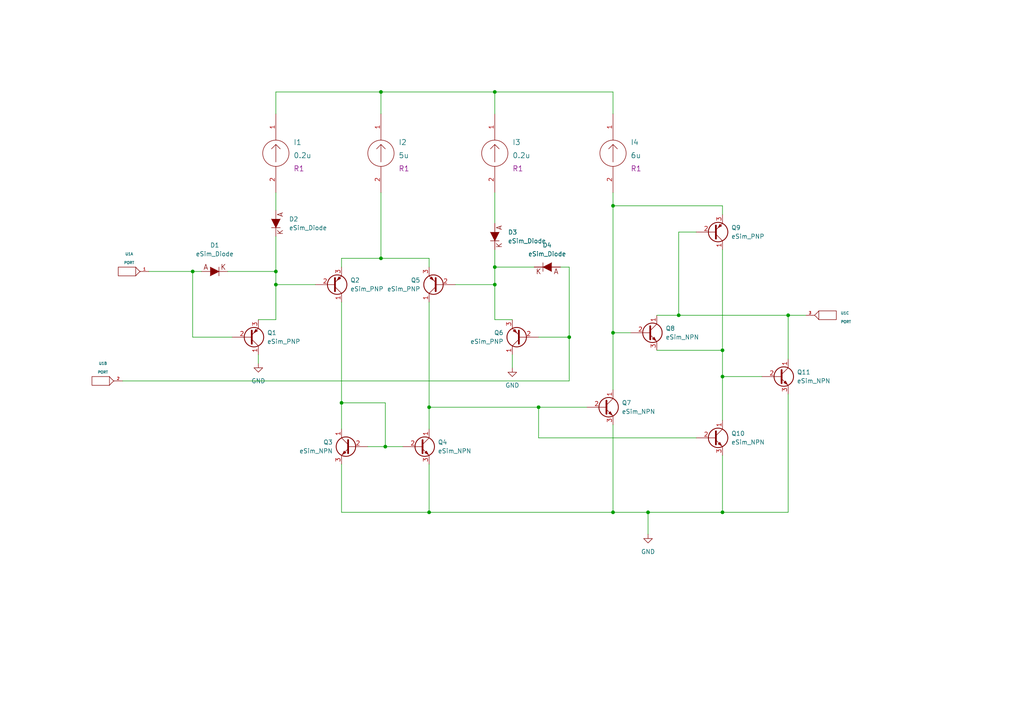
<source format=kicad_sch>
(kicad_sch (version 20211123) (generator eeschema)
  (paper "A4")
  (lib_symbols
    (symbol "eSim_Devices:eSim_Diode" (pin_numbers hide) (pin_names (offset 1.016) hide)
      (property "Reference" "D" (at 0 2.54 0))
      (property "Value" "eSim_Diode" (at 0 -2.54 0))
      (symbol "eSim_Diode_0_0"
        (text "A" (at -2.54 1.27 0) (effects (font (size 1.524 1.524))))
        (text "K" (at 2.54 1.27 0) (effects (font (size 1.524 1.524))))
      )
      (symbol "eSim_Diode_0_1"
        (polyline (pts (xy 1.27 1.27) (xy 1.27 -1.27)) (stroke (width 0.1524)))
        (polyline (pts (xy -1.27 1.27) (xy 1.27 0) (xy -1.27 -1.27)) (fill (type outline)))
      )
      (symbol "eSim_Diode_1_1"
        (pin passive line (at -3.81 0 0) (length 2.54) (name "A") (number "1"))
        (pin passive line (at 3.81 0 180) (length 2.54) (name "K") (number "2"))
      )
    )
    (symbol "eSim_Devices:eSim_NPN" (pin_names (offset 0) hide)
      (property "Reference" "Q" (at -2.54 1.27 0))
      (property "Value" "eSim_NPN" (at -1.27 3.81 0))
      (symbol "eSim_NPN_0_1"
        (polyline (pts (xy 0.635 0.635) (xy 2.54 2.54)))
        (polyline (pts (xy 0.635 -0.635) (xy 2.54 -2.54) (xy 2.54 -2.54)))
        (polyline (pts (xy 0.635 1.905) (xy 0.635 -1.905) (xy 0.635 -1.905)) (stroke (width 0.508)))
        (polyline (pts (xy 1.27 -1.778) (xy 1.778 -1.27) (xy 2.286 -2.286) (xy 1.27 -1.778) (xy 1.27 -1.778)) (fill (type outline)))
        (circle (center 1.27 0) (radius 2.8194) (stroke (width 0.254)))
      )
      (symbol "eSim_NPN_1_1"
        (pin passive line (at 2.54 5.08 270) (length 2.54) (name "C") (number "1"))
        (pin passive line (at -5.08 0 0) (length 5.715) (name "B") (number "2"))
        (pin passive line (at 2.54 -5.08 90) (length 2.54) (name "E") (number "3"))
      )
    )
    (symbol "eSim_Devices:eSim_PNP" (pin_names (offset 0) hide)
      (property "Reference" "Q" (at -2.54 1.27 0))
      (property "Value" "eSim_PNP" (at -1.27 3.81 0))
      (symbol "eSim_PNP_0_1"
        (polyline (pts (xy 0.635 0.635) (xy 2.54 2.54)))
        (polyline (pts (xy 0.635 -0.635) (xy 2.54 -2.54) (xy 2.54 -2.54)))
        (polyline (pts (xy 0.635 1.905) (xy 0.635 -1.905) (xy 0.635 -1.905)) (stroke (width 0.508)))
        (polyline (pts (xy 2.286 -1.778) (xy 1.778 -2.286) (xy 1.27 -1.27) (xy 2.286 -1.778) (xy 2.286 -1.778)) (fill (type outline)))
        (circle (center 1.27 0) (radius 2.8194) (stroke (width 0.254)))
      )
      (symbol "eSim_PNP_1_1"
        (pin passive line (at 2.54 5.08 270) (length 2.54) (name "C") (number "1"))
        (pin passive line (at -5.08 0 0) (length 5.715) (name "B") (number "2"))
        (pin passive line (at 2.54 -5.08 90) (length 2.54) (name "E") (number "3"))
      )
    )
    (symbol "eSim_Miscellaneous:PORT" (pin_names (offset 1.016))
      (property "Reference" "U" (at 1.27 2.54 0))
      (property "Value" "PORT" (at 0 0 0))
      (symbol "PORT_0_1"
        (rectangle (start -2.54 1.27) (end 2.54 -1.27))
        (arc (start 2.54 1.27) (mid 3.1355 0.5955) (end 3.81 0))
        (arc (start 3.81 0) (mid 3.1447 -0.6046) (end 2.54 -1.27))
      )
      (symbol "PORT_1_1"
        (pin bidirectional line (at 6.35 0 180) (length 2.54) (name "~") (number "1"))
      )
      (symbol "PORT_2_1"
        (pin bidirectional line (at 6.35 0 180) (length 2.54) (name "~") (number "2"))
      )
      (symbol "PORT_3_1"
        (pin bidirectional line (at 6.35 0 180) (length 2.54) (name "~") (number "3"))
      )
      (symbol "PORT_4_1"
        (pin bidirectional line (at 6.35 0 180) (length 2.54) (name "~") (number "4"))
      )
      (symbol "PORT_5_1"
        (pin bidirectional line (at 6.35 0 180) (length 2.54) (name "~") (number "5"))
      )
      (symbol "PORT_6_1"
        (pin bidirectional line (at 6.35 0 180) (length 2.54) (name "~") (number "6"))
      )
      (symbol "PORT_7_1"
        (pin bidirectional line (at 6.35 0 180) (length 2.54) (name "~") (number "7"))
      )
      (symbol "PORT_8_1"
        (pin bidirectional line (at 6.35 0 180) (length 2.54) (name "~") (number "8"))
      )
      (symbol "PORT_9_1"
        (pin bidirectional line (at 6.35 0 180) (length 2.54) (name "~") (number "9"))
      )
      (symbol "PORT_10_1"
        (pin bidirectional line (at 6.35 0 180) (length 2.54) (name "~") (number "10"))
      )
      (symbol "PORT_11_1"
        (pin bidirectional line (at 6.35 0 180) (length 2.54) (name "~") (number "11"))
      )
      (symbol "PORT_12_1"
        (pin bidirectional line (at 6.35 0 180) (length 2.54) (name "~") (number "12"))
      )
      (symbol "PORT_13_1"
        (pin bidirectional line (at 6.35 0 180) (length 2.54) (name "~") (number "13"))
      )
      (symbol "PORT_14_1"
        (pin bidirectional line (at 6.35 0 180) (length 2.54) (name "~") (number "14"))
      )
      (symbol "PORT_15_1"
        (pin bidirectional line (at 6.35 0 180) (length 2.54) (name "~") (number "15"))
      )
      (symbol "PORT_16_1"
        (pin bidirectional line (at 6.35 0 180) (length 2.54) (name "~") (number "16"))
      )
      (symbol "PORT_17_1"
        (pin bidirectional line (at 6.35 0 180) (length 2.54) (name "~") (number "17"))
      )
      (symbol "PORT_18_1"
        (pin bidirectional line (at 6.35 0 180) (length 2.54) (name "~") (number "18"))
      )
      (symbol "PORT_19_1"
        (pin bidirectional line (at 6.35 0 180) (length 2.54) (name "~") (number "19"))
      )
      (symbol "PORT_20_1"
        (pin bidirectional line (at 6.35 0 180) (length 2.54) (name "~") (number "20"))
      )
      (symbol "PORT_21_1"
        (pin bidirectional line (at 6.35 0 180) (length 2.54) (name "~") (number "21"))
      )
      (symbol "PORT_22_1"
        (pin bidirectional line (at 6.35 0 180) (length 2.54) (name "~") (number "22"))
      )
      (symbol "PORT_23_1"
        (pin bidirectional line (at 6.35 0 180) (length 2.54) (name "~") (number "23"))
      )
      (symbol "PORT_24_1"
        (pin bidirectional line (at 6.35 0 180) (length 2.54) (name "~") (number "24"))
      )
      (symbol "PORT_25_1"
        (pin bidirectional line (at 6.35 0 180) (length 2.54) (name "~") (number "25"))
      )
      (symbol "PORT_26_1"
        (pin bidirectional line (at 6.35 0 180) (length 2.54) (name "~") (number "26"))
      )
    )
    (symbol "eSim_Power:eSim_GND" (power) (pin_names (offset 0))
      (property "Value" "eSim_GND" (at 0 -3.81 0))
      (symbol "eSim_GND_0_1"
        (polyline (pts (xy 0 0) (xy 0 -1.27) (xy 1.27 -1.27) (xy 0 -2.54) (xy -1.27 -1.27) (xy 0 -1.27)))
      )
      (symbol "eSim_GND_1_1"
        (pin power_in line (at 0 0 270) (length 0) hide (name "GND") (number "1"))
      )
    )
    (symbol "eSim_Sources:dc" (pin_names (offset 1.016))
      (property "Reference" "I" (at -5.08 2.54 0))
      (property "Value" "dc" (at -5.08 -1.27 0))
      (property "Footprint" "R1" (at -7.62 0 0))
      (symbol "dc_0_1"
        (polyline (pts (xy 0 -2.54) (xy 0 -2.54)))
        (polyline (pts (xy 0 2.54) (xy -1.27 1.27)))
        (polyline (pts (xy 0 2.54) (xy 0 -2.54)))
        (polyline (pts (xy 0 2.54) (xy 1.27 1.27)))
        (circle (center 0 0) (radius 3.81))
      )
      (symbol "dc_1_1"
        (pin passive line (at 0 11.43 270) (length 7.62) (name "~") (number "1"))
        (pin passive line (at 0 -11.43 90) (length 7.62) (name "~") (number "2"))
      )
    )
  )
  (junction (at 143.51 26.67))
  (junction (at 187.96 148.59))
  (junction (at 209.55 109.22))
  (junction (at 228.6 91.44))
  (junction (at 177.8 148.59))
  (junction (at 124.46 148.59))
  (junction (at 110.49 74.93))
  (junction (at 111.76 129.54))
  (junction (at 196.85 91.44))
  (junction (at 209.55 101.6))
  (junction (at 55.88 78.74))
  (junction (at 177.8 96.52))
  (junction (at 80.01 78.74))
  (junction (at 80.01 82.55))
  (junction (at 177.8 59.69))
  (junction (at 110.49 26.67))
  (junction (at 143.51 77.47))
  (junction (at 156.21 118.11))
  (junction (at 99.06 116.84))
  (junction (at 209.55 148.59))
  (junction (at 143.51 82.55))
  (junction (at 124.46 118.11))
  (junction (at 165.1 97.79))
  (wire (pts (xy 228.6 91.44) (xy 196.85 91.44)))
  (wire (pts (xy 99.06 148.59) (xy 124.46 148.59)))
  (wire (pts (xy 99.06 87.63) (xy 99.06 116.84)))
  (wire (pts (xy 148.59 92.71) (xy 143.51 92.71)))
  (wire (pts (xy 187.96 148.59) (xy 209.55 148.59)))
  (wire (pts (xy 201.93 127) (xy 156.21 127)))
  (wire (pts (xy 196.85 67.31) (xy 196.85 91.44)))
  (wire (pts (xy 156.21 127) (xy 156.21 118.11)))
  (wire (pts (xy 80.01 33.02) (xy 80.01 26.67)))
  (wire (pts (xy 110.49 55.88) (xy 110.49 74.93)))
  (wire (pts (xy 143.51 55.88) (xy 143.51 64.77)))
  (wire (pts (xy 143.51 82.55) (xy 132.08 82.55)))
  (wire (pts (xy 80.01 78.74) (xy 80.01 82.55)))
  (wire (pts (xy 209.55 72.39) (xy 209.55 101.6)))
  (wire (pts (xy 110.49 26.67) (xy 143.51 26.67)))
  (wire (pts (xy 143.51 77.47) (xy 143.51 82.55)))
  (wire (pts (xy 99.06 77.47) (xy 99.06 74.93)))
  (wire (pts (xy 177.8 123.19) (xy 177.8 148.59)))
  (wire (pts (xy 162.56 77.47) (xy 165.1 77.47)))
  (wire (pts (xy 209.55 121.92) (xy 209.55 109.22)))
  (wire (pts (xy 228.6 148.59) (xy 228.6 114.3)))
  (wire (pts (xy 228.6 104.14) (xy 228.6 91.44)))
  (wire (pts (xy 177.8 26.67) (xy 177.8 33.02)))
  (wire (pts (xy 80.01 26.67) (xy 110.49 26.67)))
  (wire (pts (xy 43.18 78.74) (xy 55.88 78.74)))
  (wire (pts (xy 201.93 67.31) (xy 196.85 67.31)))
  (wire (pts (xy 110.49 74.93) (xy 124.46 74.93)))
  (wire (pts (xy 99.06 134.62) (xy 99.06 148.59)))
  (wire (pts (xy 148.59 102.87) (xy 148.59 106.68)))
  (wire (pts (xy 177.8 59.69) (xy 177.8 96.52)))
  (wire (pts (xy 156.21 97.79) (xy 165.1 97.79)))
  (wire (pts (xy 209.55 59.69) (xy 177.8 59.69)))
  (wire (pts (xy 124.46 148.59) (xy 177.8 148.59)))
  (wire (pts (xy 187.96 148.59) (xy 187.96 154.94)))
  (wire (pts (xy 209.55 62.23) (xy 209.55 59.69)))
  (wire (pts (xy 55.88 78.74) (xy 55.88 97.79)))
  (wire (pts (xy 74.93 102.87) (xy 74.93 105.41)))
  (wire (pts (xy 99.06 74.93) (xy 110.49 74.93)))
  (wire (pts (xy 209.55 148.59) (xy 228.6 148.59)))
  (wire (pts (xy 66.04 78.74) (xy 80.01 78.74)))
  (wire (pts (xy 111.76 129.54) (xy 111.76 116.84)))
  (wire (pts (xy 190.5 101.6) (xy 209.55 101.6)))
  (wire (pts (xy 124.46 134.62) (xy 124.46 148.59)))
  (wire (pts (xy 143.51 26.67) (xy 143.51 33.02)))
  (wire (pts (xy 143.51 92.71) (xy 143.51 82.55)))
  (wire (pts (xy 165.1 97.79) (xy 165.1 110.49)))
  (wire (pts (xy 91.44 82.55) (xy 80.01 82.55)))
  (wire (pts (xy 124.46 118.11) (xy 156.21 118.11)))
  (wire (pts (xy 177.8 148.59) (xy 187.96 148.59)))
  (wire (pts (xy 177.8 96.52) (xy 177.8 113.03)))
  (wire (pts (xy 55.88 78.74) (xy 58.42 78.74)))
  (wire (pts (xy 80.01 68.58) (xy 80.01 78.74)))
  (wire (pts (xy 124.46 87.63) (xy 124.46 118.11)))
  (wire (pts (xy 209.55 109.22) (xy 220.98 109.22)))
  (wire (pts (xy 209.55 132.08) (xy 209.55 148.59)))
  (wire (pts (xy 74.93 92.71) (xy 80.01 92.71)))
  (wire (pts (xy 99.06 116.84) (xy 99.06 124.46)))
  (wire (pts (xy 110.49 26.67) (xy 110.49 33.02)))
  (wire (pts (xy 177.8 96.52) (xy 182.88 96.52)))
  (wire (pts (xy 80.01 82.55) (xy 80.01 92.71)))
  (wire (pts (xy 156.21 118.11) (xy 170.18 118.11)))
  (wire (pts (xy 143.51 77.47) (xy 154.94 77.47)))
  (wire (pts (xy 80.01 55.88) (xy 80.01 60.96)))
  (wire (pts (xy 196.85 91.44) (xy 190.5 91.44)))
  (wire (pts (xy 209.55 101.6) (xy 209.55 109.22)))
  (wire (pts (xy 106.68 129.54) (xy 111.76 129.54)))
  (wire (pts (xy 165.1 77.47) (xy 165.1 97.79)))
  (wire (pts (xy 67.31 97.79) (xy 55.88 97.79)))
  (wire (pts (xy 177.8 55.88) (xy 177.8 59.69)))
  (wire (pts (xy 35.56 110.49) (xy 165.1 110.49)))
  (wire (pts (xy 124.46 118.11) (xy 124.46 124.46)))
  (wire (pts (xy 124.46 74.93) (xy 124.46 77.47)))
  (wire (pts (xy 111.76 116.84) (xy 99.06 116.84)))
  (wire (pts (xy 228.6 91.44) (xy 233.68 91.44)))
  (wire (pts (xy 143.51 26.67) (xy 177.8 26.67)))
  (wire (pts (xy 111.76 129.54) (xy 116.84 129.54)))
  (wire (pts (xy 143.51 72.39) (xy 143.51 77.47)))
  (symbol (lib_id "eSim_Devices:eSim_NPN") (at 121.92 129.54 0) (unit 1)
    (property "Reference" "Q4" (at 127 128.2699 0) (effects (justify left)))
    (property "Value" "eSim_NPN" (at 127 130.8099 0) (effects (justify left)))
  )
  (symbol (lib_id "eSim_Power:eSim_GND") (at 187.96 154.94 0) (unit 1)
    (property "Reference" "#PWR03" (effects hide))
    (property "Value" "eSim_GND" (at 187.96 160.02 0))
  )
  (symbol (lib_id "eSim_Devices:eSim_Diode") (at 80.01 64.77 270) (unit 1)
    (property "Reference" "D2" (at 83.82 63.5543 90) (effects (justify left)))
    (property "Value" "eSim_Diode" (at 83.82 66.0943 90) (effects (justify left)))
  )
  (symbol (lib_id "eSim_Power:eSim_GND") (at 74.93 105.41 0) (unit 1)
    (property "Reference" "#PWR01" (effects hide))
    (property "Value" "eSim_GND" (at 74.93 110.49 0))
  )
  (symbol (lib_id "eSim_Miscellaneous:PORT") (at 29.21 110.49 0) (unit 2)
    (property "Reference" "U1" (at 29.845 105.41 0) (effects (font (size 0.762 0.762))))
    (property "Value" "PORT" (at 29.845 107.95 0) (effects (font (size 0.762 0.762))))
  )
  (symbol (lib_id "eSim_Miscellaneous:PORT") (at 36.83 78.74 0) (unit 1)
    (property "Reference" "U1" (at 37.465 73.66 0) (effects (font (size 0.762 0.762))))
    (property "Value" "PORT" (at 37.465 76.2 0) (effects (font (size 0.762 0.762))))
  )
  (symbol (lib_id "eSim_Devices:eSim_PNP") (at 96.52 82.55 0) (mirror x) (unit 1)
    (property "Reference" "Q2" (at 101.6 81.2799 0) (effects (justify left)))
    (property "Value" "eSim_PNP" (at 101.6 83.8199 0) (effects (justify left)))
  )
  (symbol (lib_id "eSim_Sources:dc") (at 80.01 44.45 0) (unit 1)
    (property "Reference" "I1" (at 85.09 41.275 0) (effects (font (size 1.524 1.524)) (justify left)))
    (property "Value" "0.2u" (at 85.09 45.085 0) (effects (font (size 1.524 1.524)) (justify left)))
    (property "Footprint" "R1" (at 85.09 48.895 0) (effects (font (size 1.524 1.524)) (justify left)))
  )
  (symbol (lib_id "eSim_Devices:eSim_NPN") (at 175.26 118.11 0) (unit 1)
    (property "Reference" "Q7" (at 180.34 116.8399 0) (effects (justify left)))
    (property "Value" "eSim_NPN" (at 180.34 119.3799 0) (effects (justify left)))
  )
  (symbol (lib_id "eSim_Devices:eSim_Diode") (at 143.51 68.58 270) (unit 1)
    (property "Reference" "D3" (at 147.32 67.3643 90) (effects (justify left)))
    (property "Value" "eSim_Diode" (at 147.32 69.9043 90) (effects (justify left)))
  )
  (symbol (lib_id "eSim_Devices:eSim_Diode") (at 158.75 77.47 180) (unit 1)
    (property "Reference" "D4" (at 158.6955 71.12 0))
    (property "Value" "eSim_Diode" (at 158.6955 73.66 0))
  )
  (symbol (lib_id "eSim_Devices:eSim_PNP") (at 72.39 97.79 0) (mirror x) (unit 1)
    (property "Reference" "Q1" (at 77.47 96.5199 0) (effects (justify left)))
    (property "Value" "eSim_PNP" (at 77.47 99.0599 0) (effects (justify left)))
  )
  (symbol (lib_id "eSim_Sources:dc") (at 110.49 44.45 0) (unit 1)
    (property "Reference" "I2" (at 115.57 41.275 0) (effects (font (size 1.524 1.524)) (justify left)))
    (property "Value" "5u" (at 115.57 45.085 0) (effects (font (size 1.524 1.524)) (justify left)))
    (property "Footprint" "R1" (at 115.57 48.895 0) (effects (font (size 1.524 1.524)) (justify left)))
  )
  (symbol (lib_id "eSim_Devices:eSim_NPN") (at 226.06 109.22 0) (unit 1)
    (property "Reference" "Q11" (at 231.14 107.9499 0) (effects (justify left)))
    (property "Value" "eSim_NPN" (at 231.14 110.4899 0) (effects (justify left)))
  )
  (symbol (lib_id "eSim_Devices:eSim_Diode") (at 62.23 78.74 0) (unit 1)
    (property "Reference" "D1" (at 62.2844 71.12 0))
    (property "Value" "eSim_Diode" (at 62.2844 73.66 0))
  )
  (symbol (lib_id "eSim_Sources:dc") (at 177.8 44.45 0) (unit 1)
    (property "Reference" "I4" (at 182.88 41.275 0) (effects (font (size 1.524 1.524)) (justify left)))
    (property "Value" "6u" (at 182.88 45.085 0) (effects (font (size 1.524 1.524)) (justify left)))
    (property "Footprint" "R1" (at 182.88 48.895 0) (effects (font (size 1.524 1.524)) (justify left)))
  )
  (symbol (lib_id "eSim_Devices:eSim_NPN") (at 187.96 96.52 0) (unit 1)
    (property "Reference" "Q8" (at 193.04 95.2499 0) (effects (justify left)))
    (property "Value" "eSim_NPN" (at 193.04 97.7899 0) (effects (justify left)))
  )
  (symbol (lib_id "eSim_Devices:eSim_PNP") (at 127 82.55 180) (unit 1)
    (property "Reference" "Q5" (at 121.92 81.2799 0) (effects (justify left)))
    (property "Value" "eSim_PNP" (at 121.92 83.8199 0) (effects (justify left)))
  )
  (symbol (lib_id "eSim_Devices:eSim_NPN") (at 207.01 127 0) (unit 1)
    (property "Reference" "Q10" (at 212.09 125.7299 0) (effects (justify left)))
    (property "Value" "eSim_NPN" (at 212.09 128.2699 0) (effects (justify left)))
  )
  (symbol (lib_id "eSim_Devices:eSim_NPN") (at 101.6 129.54 0) (mirror y) (unit 1)
    (property "Reference" "Q3" (at 96.52 128.2699 0) (effects (justify left)))
    (property "Value" "eSim_NPN" (at 96.52 130.8099 0) (effects (justify left)))
  )
  (symbol (lib_id "eSim_Devices:eSim_PNP") (at 207.01 67.31 0) (mirror x) (unit 1)
    (property "Reference" "Q9" (at 212.09 66.0399 0) (effects (justify left)))
    (property "Value" "eSim_PNP" (at 212.09 68.5799 0) (effects (justify left)))
  )
  (symbol (lib_id "eSim_Power:eSim_GND") (at 148.59 106.68 0) (unit 1)
    (property "Reference" "#PWR02" (effects hide))
    (property "Value" "eSim_GND" (at 148.59 111.76 0))
  )
  (symbol (lib_id "eSim_Sources:dc") (at 143.51 44.45 0) (unit 1)
    (property "Reference" "I3" (at 148.59 41.275 0) (effects (font (size 1.524 1.524)) (justify left)))
    (property "Value" "0.2u" (at 148.59 45.085 0) (effects (font (size 1.524 1.524)) (justify left)))
    (property "Footprint" "R1" (at 148.59 48.895 0) (effects (font (size 1.524 1.524)) (justify left)))
  )
  (symbol (lib_id "eSim_Devices:eSim_PNP") (at 151.13 97.79 180) (unit 1)
    (property "Reference" "Q6" (at 146.05 96.5199 0) (effects (justify left)))
    (property "Value" "eSim_PNP" (at 146.05 99.0599 0) (effects (justify left)))
  )
  (symbol (lib_id "eSim_Miscellaneous:PORT") (at 240.03 91.44 180) (unit 3)
    (property "Reference" "U1" (at 243.84 90.805 0) (effects (font (size 0.762 0.762)) (justify right)))
    (property "Value" "PORT" (at 243.84 93.345 0) (effects (font (size 0.762 0.762)) (justify right)))
  )
)
</source>
